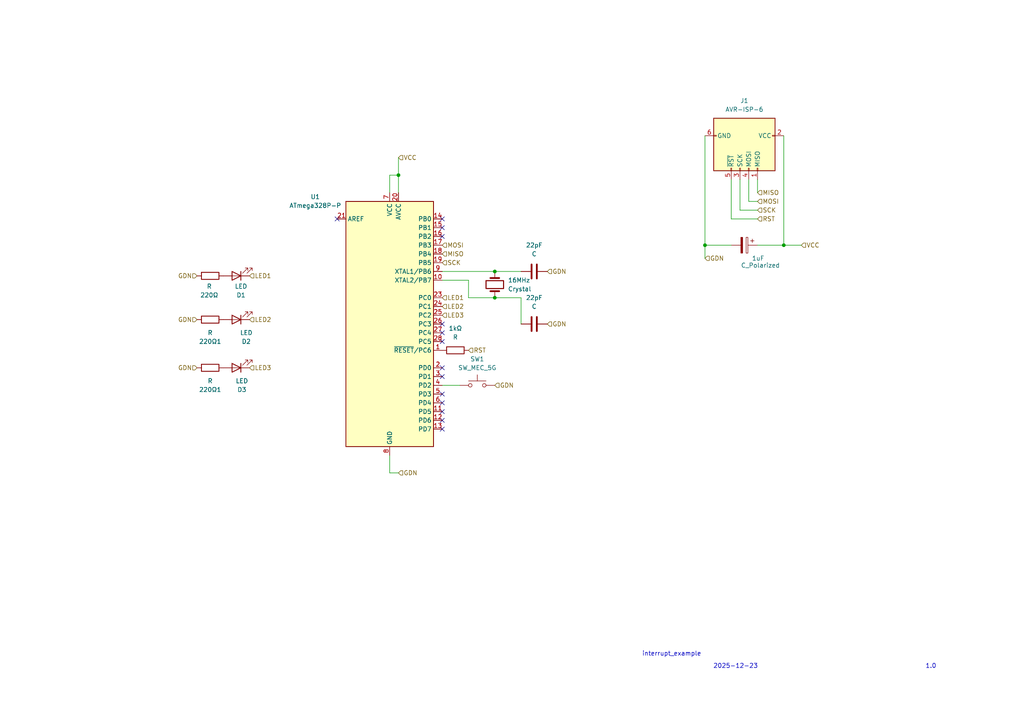
<source format=kicad_sch>
(kicad_sch (version 20250114) (generator "eeschema") (generator_version "9.0")
  (paper "A4")
  (lib_symbols
    (symbol "Connector:AVR-ISP-6" (pin_names (offset 1.016))
      (property "Reference" "J" (at -6.35 11.43 0))
      (property "Value" "AVR-ISP-6" (at 0 11.43 0))
      (symbol "AVR-ISP-6_0_1"
        (rectangle (start -2.667 10.16) (end -2.413 9.398))
        (rectangle (start -2.667 -6.858) (end -2.413 -7.62))
        (rectangle (start 7.62 10.16) (end -7.62 -7.62) (stroke (width 0.254)) (fill (type background)))
        (rectangle (start 7.62 5.207) (end 6.858 4.953))
        (rectangle (start 7.62 2.667) (end 6.858 2.413))
        (rectangle (start 7.62 0.127) (end 6.858 -0.127))
        (rectangle (start 7.62 -2.413) (end 6.858 -2.667))
      )
      (symbol "AVR-ISP-6_1_1"
        (pin passive line (at -2.54 12.7 270) (length 2.54) (name "VCC") (number "2"))
        (pin passive line (at -2.54 -10.16 90) (length 2.54) (name "GND") (number "6"))
        (pin passive line (at 10.16 5.08 180) (length 2.54) (name "MISO") (number "1"))
        (pin passive line (at 10.16 2.54 180) (length 2.54) (name "MOSI") (number "4"))
        (pin passive line (at 10.16 0 180) (length 2.54) (name "SCK") (number "3"))
        (pin passive line (at 10.16 -2.54 180) (length 2.54) (name "~{RST}") (number "5"))
      )
    )
    (symbol "Device:C" (pin_numbers (hide yes)) (pin_names (offset 0.254))
      (property "Reference" "C" (at 0.635 2.54 0))
      (property "Value" "C" (at 0.635 -2.54 0))
      (symbol "C_0_1"
        (polyline (pts (xy -2.032 0.762) (xy 2.032 0.762)) (stroke (width 0.508)))
        (polyline (pts (xy -2.032 -0.762) (xy 2.032 -0.762)) (stroke (width 0.508)))
      )
      (symbol "C_1_1"
        (pin passive line (at 0 3.81 270) (length 2.794) (name "~") (number "1"))
        (pin passive line (at 0 -3.81 90) (length 2.794) (name "~") (number "2"))
      )
    )
    (symbol "Device:C_Polarized" (pin_numbers (hide yes)) (pin_names (offset 0.254))
      (property "Reference" "C" (at 0.635 2.54 0))
      (property "Value" "C_Polarized" (at 0.635 -2.54 0))
      (symbol "C_Polarized_0_1"
        (rectangle (start -2.286 0.508) (end 2.286 1.016))
        (polyline (pts (xy -1.778 2.286) (xy -0.762 2.286)))
        (polyline (pts (xy -1.27 2.794) (xy -1.27 1.778)))
        (rectangle (start 2.286 -0.508) (end -2.286 -1.016) (fill (type outline)))
      )
      (symbol "C_Polarized_1_1"
        (pin passive line (at 0 3.81 270) (length 2.794) (name "~") (number "1"))
        (pin passive line (at 0 -3.81 90) (length 2.794) (name "~") (number "2"))
      )
    )
    (symbol "Device:Crystal" (pin_numbers (hide yes)) (pin_names (offset 1.016) (hide yes))
      (property "Reference" "Y" (at 0 3.81 0))
      (property "Value" "Crystal" (at 0 -3.81 0))
      (symbol "Crystal_0_1"
        (polyline (pts (xy -2.54 0) (xy -1.905 0)))
        (polyline (pts (xy -1.905 -1.27) (xy -1.905 1.27)) (stroke (width 0.508)))
        (rectangle (start -1.143 2.54) (end 1.143 -2.54) (stroke (width 0.3048)))
        (polyline (pts (xy 1.905 -1.27) (xy 1.905 1.27)) (stroke (width 0.508)))
        (polyline (pts (xy 2.54 0) (xy 1.905 0)))
      )
      (symbol "Crystal_1_1"
        (pin passive line (at -3.81 0 0) (length 1.27) (name "1") (number "1"))
        (pin passive line (at 3.81 0 180) (length 1.27) (name "2") (number "2"))
      )
    )
    (symbol "Device:LED" (pin_numbers (hide yes)) (pin_names (offset 1.016) (hide yes))
      (property "Reference" "D" (at 0 2.54 0))
      (property "Value" "LED" (at 0 -2.54 0))
      (symbol "LED_0_1"
        (polyline (pts (xy -3.048 -0.762) (xy -4.572 -2.286) (xy -3.81 -2.286) (xy -4.572 -2.286) (xy -4.572 -1.524)))
        (polyline (pts (xy -1.778 -0.762) (xy -3.302 -2.286) (xy -2.54 -2.286) (xy -3.302 -2.286) (xy -3.302 -1.524)))
        (polyline (pts (xy -1.27 0) (xy 1.27 0)))
        (polyline (pts (xy -1.27 -1.27) (xy -1.27 1.27)) (stroke (width 0.254)))
        (polyline (pts (xy 1.27 -1.27) (xy 1.27 1.27) (xy -1.27 0) (xy 1.27 -1.27)) (stroke (width 0.254)))
      )
      (symbol "LED_1_1"
        (pin passive line (at -3.81 0 0) (length 2.54) (name "K") (number "1"))
        (pin passive line (at 3.81 0 180) (length 2.54) (name "A") (number "2"))
      )
    )
    (symbol "Device:R" (pin_numbers (hide yes)) (pin_names (offset 0))
      (property "Reference" "R" (at 2.032 0 90))
      (property "Value" "R" (at 0 0 90))
      (symbol "R_0_1"
        (rectangle (start -1.016 -2.54) (end 1.016 2.54) (stroke (width 0.254)))
      )
      (symbol "R_1_1"
        (pin passive line (at 0 3.81 270) (length 1.27) (name "~") (number "1"))
        (pin passive line (at 0 -3.81 90) (length 1.27) (name "~") (number "2"))
      )
    )
    (symbol "MCU_Microchip_ATmega:ATmega328P-P"
      (property "Reference" "U" (at -12.7 36.83 0))
      (property "Value" "ATmega328P-P" (at 2.54 -36.83 0))
      (symbol "ATmega328P-P_0_1"
        (rectangle (start -12.7 -35.56) (end 12.7 35.56) (stroke (width 0.254)) (fill (type background)))
      )
      (symbol "ATmega328P-P_1_1"
        (pin passive line (at -15.24 30.48 0) (length 2.54) (name "AREF") (number "21"))
        (pin power_in line (at 0 38.1 270) (length 2.54) (name "VCC") (number "7"))
        (pin passive line (at 0 -38.1 90) (length 2.54) (hide yes) (name "GND") (number "22"))
        (pin power_in line (at 0 -38.1 90) (length 2.54) (name "GND") (number "8"))
        (pin power_in line (at 2.54 38.1 270) (length 2.54) (name "AVCC") (number "20"))
        (pin bidirectional line (at 15.24 30.48 180) (length 2.54) (name "PB0") (number "14"))
        (pin bidirectional line (at 15.24 27.94 180) (length 2.54) (name "PB1") (number "15"))
        (pin bidirectional line (at 15.24 25.4 180) (length 2.54) (name "PB2") (number "16"))
        (pin bidirectional line (at 15.24 22.86 180) (length 2.54) (name "PB3") (number "17"))
        (pin bidirectional line (at 15.24 20.32 180) (length 2.54) (name "PB4") (number "18"))
        (pin bidirectional line (at 15.24 17.78 180) (length 2.54) (name "PB5") (number "19"))
        (pin bidirectional line (at 15.24 15.24 180) (length 2.54) (name "XTAL1/PB6") (number "9"))
        (pin bidirectional line (at 15.24 12.7 180) (length 2.54) (name "XTAL2/PB7") (number "10"))
        (pin bidirectional line (at 15.24 7.62 180) (length 2.54) (name "PC0") (number "23"))
        (pin bidirectional line (at 15.24 5.08 180) (length 2.54) (name "PC1") (number "24"))
        (pin bidirectional line (at 15.24 2.54 180) (length 2.54) (name "PC2") (number "25"))
        (pin bidirectional line (at 15.24 0 180) (length 2.54) (name "PC3") (number "26"))
        (pin bidirectional line (at 15.24 -2.54 180) (length 2.54) (name "PC4") (number "27"))
        (pin bidirectional line (at 15.24 -5.08 180) (length 2.54) (name "PC5") (number "28"))
        (pin bidirectional line (at 15.24 -7.62 180) (length 2.54) (name "~{RESET}/PC6") (number "1"))
        (pin bidirectional line (at 15.24 -12.7 180) (length 2.54) (name "PD0") (number "2"))
        (pin bidirectional line (at 15.24 -15.24 180) (length 2.54) (name "PD1") (number "3"))
        (pin bidirectional line (at 15.24 -17.78 180) (length 2.54) (name "PD2") (number "4"))
        (pin bidirectional line (at 15.24 -20.32 180) (length 2.54) (name "PD3") (number "5"))
        (pin bidirectional line (at 15.24 -22.86 180) (length 2.54) (name "PD4") (number "6"))
        (pin bidirectional line (at 15.24 -25.4 180) (length 2.54) (name "PD5") (number "11"))
        (pin bidirectional line (at 15.24 -27.94 180) (length 2.54) (name "PD6") (number "12"))
        (pin bidirectional line (at 15.24 -30.48 180) (length 2.54) (name "PD7") (number "13"))
      )
    )
    (symbol "Switch:SW_MEC_5G" (pin_numbers (hide yes)) (pin_names (offset 1.016) (hide yes))
      (property "Reference" "SW" (at 1.27 2.54 0))
      (property "Value" "SW_MEC_5G" (at 0 -1.524 0))
      (symbol "SW_MEC_5G_0_1"
        (circle (center -2.032 0) (radius 0.508))
        (polyline (pts (xy 0 1.27) (xy 0 3.048)))
        (circle (center 2.032 0) (radius 0.508))
        (polyline (pts (xy 2.54 1.27) (xy -2.54 1.27)))
        (pin passive line (at -5.08 0 0) (length 2.54) (name "A") (number "1"))
        (pin passive line (at 5.08 0 180) (length 2.54) (name "B") (number "3"))
      )
      (symbol "SW_MEC_5G_1_1"
        (pin passive line (at -5.08 0 0) (length 2.54) (hide yes) (name "A") (number "2"))
        (pin passive line (at 5.08 0 180) (length 2.54) (hide yes) (name "B") (number "4"))
      )
    )
  )
  (text "2025-12-23" (at 213.36 193.294 0) (effects (font (size 1.27 1.27))))
  (text "interrupt_example" (at 194.818 189.738 0) (effects (font (size 1.27 1.27))))
  (text "1.0" (at 270.002 193.294 0) (effects (font (size 1.27 1.27))))
  (junction (at 204.47 71.12))
  (junction (at 143.51 86.36))
  (junction (at 115.57 50.8))
  (junction (at 227.33 71.12))
  (junction (at 143.51 78.74))
  (no_connect (at 97.79 63.5))
  (no_connect (at 128.27 121.92))
  (no_connect (at 128.27 114.3))
  (no_connect (at 128.27 66.04))
  (no_connect (at 128.27 106.68))
  (no_connect (at 128.27 99.06))
  (no_connect (at 128.27 124.46))
  (no_connect (at 128.27 109.22))
  (no_connect (at 128.27 119.38))
  (no_connect (at 128.27 116.84))
  (no_connect (at 128.27 93.98))
  (no_connect (at 128.27 68.58))
  (no_connect (at 128.27 96.52))
  (no_connect (at 128.27 63.5))
  (wire (pts (xy 204.47 39.37) (xy 204.47 71.12)))
  (wire (pts (xy 227.33 71.12) (xy 232.41 71.12)))
  (wire (pts (xy 135.89 81.28) (xy 128.27 81.28)))
  (wire (pts (xy 128.27 111.76) (xy 133.35 111.76)))
  (wire (pts (xy 113.03 137.16) (xy 115.57 137.16)))
  (wire (pts (xy 115.57 50.8) (xy 115.57 55.88)))
  (wire (pts (xy 128.27 78.74) (xy 143.51 78.74)))
  (wire (pts (xy 151.13 86.36) (xy 151.13 93.98)))
  (wire (pts (xy 214.63 52.07) (xy 214.63 60.96)))
  (wire (pts (xy 204.47 71.12) (xy 212.09 71.12)))
  (wire (pts (xy 217.17 52.07) (xy 217.17 58.42)))
  (wire (pts (xy 212.09 52.07) (xy 212.09 63.5)))
  (wire (pts (xy 135.89 86.36) (xy 135.89 81.28)))
  (wire (pts (xy 113.03 55.88) (xy 113.03 50.8)))
  (wire (pts (xy 113.03 132.08) (xy 113.03 137.16)))
  (wire (pts (xy 227.33 39.37) (xy 227.33 71.12)))
  (wire (pts (xy 204.47 71.12) (xy 204.47 74.93)))
  (wire (pts (xy 143.51 86.36) (xy 151.13 86.36)))
  (wire (pts (xy 219.71 52.07) (xy 219.71 55.88)))
  (wire (pts (xy 135.89 86.36) (xy 143.51 86.36)))
  (wire (pts (xy 143.51 78.74) (xy 151.13 78.74)))
  (wire (pts (xy 115.57 45.72) (xy 115.57 50.8)))
  (wire (pts (xy 227.33 71.12) (xy 219.71 71.12)))
  (wire (pts (xy 214.63 60.96) (xy 219.71 60.96)))
  (wire (pts (xy 212.09 63.5) (xy 219.71 63.5)))
  (wire (pts (xy 217.17 58.42) (xy 219.71 58.42)))
  (wire (pts (xy 113.03 50.8) (xy 115.57 50.8)))
  (hierarchical_label "GDN" (shape input) (at 204.47 74.93 0))
  (hierarchical_label "GDN" (shape input) (at 115.57 137.16 0))
  (hierarchical_label "RST" (shape input) (at 219.71 63.5 0))
  (hierarchical_label "MISO" (shape input) (at 128.27 73.66 0))
  (hierarchical_label "GDN" (shape input) (at 57.15 106.68 180))
  (hierarchical_label "MISO" (shape input) (at 219.71 55.88 0))
  (hierarchical_label "LED2" (shape input) (at 128.27 88.9 0))
  (hierarchical_label "GDN" (shape input) (at 57.15 92.71 180))
  (hierarchical_label "VCC" (shape input) (at 232.41 71.12 0))
  (hierarchical_label "LED3" (shape input) (at 128.27 91.44 0))
  (hierarchical_label "MOSI" (shape input) (at 219.71 58.42 0))
  (hierarchical_label "LED2" (shape input) (at 72.39 92.71 0))
  (hierarchical_label "RST" (shape input) (at 135.89 101.6 0))
  (hierarchical_label "GDN" (shape input) (at 57.15 80.01 180))
  (hierarchical_label "SCK" (shape input) (at 219.71 60.96 0))
  (hierarchical_label "VCC" (shape input) (at 115.57 45.72 0))
  (hierarchical_label "LED3" (shape input) (at 72.39 106.68 0))
  (hierarchical_label "SCK" (shape input) (at 128.27 76.2 0))
  (hierarchical_label "LED1" (shape input) (at 128.27 86.36 0))
  (hierarchical_label "MOSI" (shape input) (at 128.27 71.12 0))
  (hierarchical_label "LED1" (shape input) (at 72.39 80.01 0))
  (hierarchical_label "GDN" (shape input) (at 158.75 93.98 0))
  (hierarchical_label "GDN" (shape input) (at 143.51 111.76 0))
  (hierarchical_label "GDN" (shape input) (at 158.75 78.74 0))
  (symbol (lib_id "Device:C") (at 154.94 78.74 90) (unit 1)
    (property "Reference" "22pF" (at 154.94 71.12 90))
    (property "Value" "C" (at 154.94 73.66 90))
    (property "Description" "Unpolarized capacitor" (effects (hide yes)))
  )
  (symbol (lib_id "Device:C") (at 154.94 93.98 90) (unit 1)
    (property "Reference" "22pF" (at 154.94 86.36 90))
    (property "Value" "C" (at 154.94 88.9 90))
    (property "Description" "Unpolarized capacitor" (effects (hide yes)))
  )
  (symbol (lib_id "Device:R") (at 60.96 92.71 270) (unit 1)
    (property "Reference" "220Ω1" (at 60.96 99.06 90))
    (property "Value" "R" (at 60.96 96.52 90))
    (property "Description" "Resistor" (effects (hide yes)))
  )
  (symbol (lib_id "Device:R") (at 132.08 101.6 90) (unit 1)
    (property "Reference" "1kΩ" (at 132.08 95.25 90))
    (property "Value" "R" (at 132.08 97.79 90))
    (property "Description" "Resistor" (effects (hide yes)))
  )
  (symbol (lib_id "Device:LED") (at 68.58 92.71 180) (unit 1)
    (property "Reference" "D2" (at 71.4375 99.06 0))
    (property "Value" "LED" (at 71.4375 96.52 0))
    (property "Description" "Light emitting diode" (effects (hide yes)))
    (property "Sim.Pins" "1=K 2=A" (effects (hide yes)))
  )
  (symbol (lib_id "Device:C_Polarized") (at 215.9 71.12 270) (unit 1)
    (property "Reference" "1uF" (at 218.0591 74.93 90) (effects (justify left)))
    (property "Value" "C_Polarized" (at 214.884 76.962 90) (effects (justify left)))
    (property "Description" "Polarized capacitor" (effects (hide yes)))
  )
  (symbol (lib_id "Device:LED") (at 68.58 106.68 180) (unit 1)
    (property "Reference" "D3" (at 70.1675 113.03 0))
    (property "Value" "LED" (at 70.1675 110.49 0))
    (property "Description" "Light emitting diode" (effects (hide yes)))
    (property "Sim.Pins" "1=K 2=A" (effects (hide yes)))
  )
  (symbol (lib_id "Device:R") (at 60.96 80.01 270) (unit 1)
    (property "Reference" "220Ω" (at 60.706 85.598 90))
    (property "Value" "R" (at 60.706 83.058 90))
    (property "Description" "Resistor" (effects (hide yes)))
  )
  (symbol (lib_id "Device:R") (at 60.96 106.68 270) (unit 1)
    (property "Reference" "220Ω1" (at 60.96 113.03 90))
    (property "Value" "R" (at 60.96 110.49 90))
    (property "Description" "Resistor" (effects (hide yes)))
  )
  (symbol (lib_id "Device:LED") (at 68.58 80.01 180) (unit 1)
    (property "Reference" "D1" (at 69.9135 85.598 0))
    (property "Value" "LED" (at 69.9135 83.058 0))
    (property "Description" "Light emitting diode" (effects (hide yes)))
    (property "Sim.Pins" "1=K 2=A" (effects (hide yes)))
  )
  (symbol (lib_id "Connector:AVR-ISP-6") (at 214.63 41.91 270) (unit 1)
    (property "Reference" "J1" (at 215.9 29.21 90))
    (property "Value" "AVR-ISP-6" (at 215.9 31.75 90))
    (property "Description" "Atmel 6-pin ISP connector" (effects (hide yes)))
  )
  (symbol (lib_id "Device:Crystal") (at 143.51 82.55 90) (unit 1)
    (property "Reference" "16MHz" (at 147.32 81.2799 90) (effects (justify right)))
    (property "Value" "Crystal" (at 147.32 83.8199 90) (effects (justify right)))
    (property "Description" "Two pin crystal" (effects (hide yes)))
  )
  (symbol (lib_id "MCU_Microchip_ATmega:ATmega328P-P") (at 113.03 93.98 0) (unit 1)
    (property "Reference" "U1" (at 91.44 57.0798 0))
    (property "Value" "ATmega328P-P" (at 91.44 59.6198 0))
    (property "Footprint" "Package_DIP:DIP-28_W7.62mm" (effects (hide yes)))
    (property "Datasheet" "http://ww1.microchip.com/downloads/en/DeviceDoc/ATmega328_P%20AVR%20MCU%20with%20picoPower%20Technology%20Data%20Sheet%2040001984A.pdf" (effects (hide yes)))
    (property "Description" "20MHz, 32kB Flash, 2kB SRAM, 1kB EEPROM, DIP-28" (effects (hide yes)))
  )
  (symbol (lib_id "Switch:SW_MEC_5G") (at 138.43 111.76 0) (unit 1)
    (property "Reference" "SW1" (at 138.43 104.14 0))
    (property "Value" "SW_MEC_5G" (at 138.43 106.68 0))
    (property "Datasheet" "http://www.apem.com/int/index.php?controller=attachment&id_attachment=488" (effects (hide yes)))
    (property "Description" "MEC 5G single pole normally-open tactile switch" (effects (hide yes)))
  )
)
</source>
